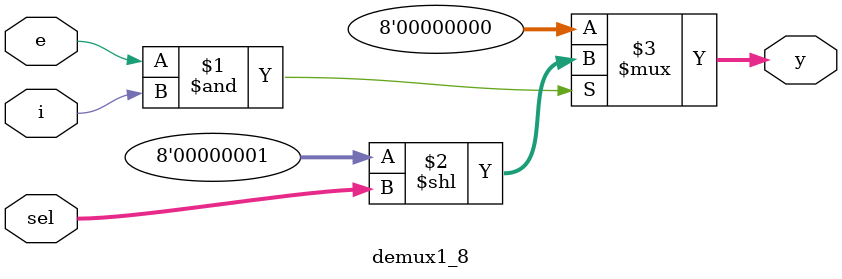
<source format=v>
module demux1_8(input i,e ,input [2:0]sel, output [7:0]y);
assign y= (e&i)? (8'b00000001<<sel):(8'b00000000);
endmodule 

</source>
